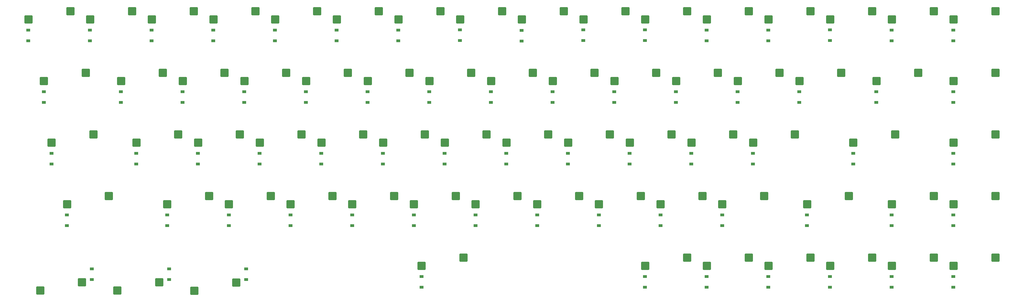
<source format=gbp>
%TF.GenerationSoftware,KiCad,Pcbnew,(6.0.11-0)*%
%TF.CreationDate,2023-07-19T11:20:52+01:00*%
%TF.ProjectId,keybird,6b657962-6972-4642-9e6b-696361645f70,0.3*%
%TF.SameCoordinates,Original*%
%TF.FileFunction,Paste,Bot*%
%TF.FilePolarity,Positive*%
%FSLAX46Y46*%
G04 Gerber Fmt 4.6, Leading zero omitted, Abs format (unit mm)*
G04 Created by KiCad (PCBNEW (6.0.11-0)) date 2023-07-19 11:20:52*
%MOMM*%
%LPD*%
G01*
G04 APERTURE LIST*
G04 Aperture macros list*
%AMRoundRect*
0 Rectangle with rounded corners*
0 $1 Rounding radius*
0 $2 $3 $4 $5 $6 $7 $8 $9 X,Y pos of 4 corners*
0 Add a 4 corners polygon primitive as box body*
4,1,4,$2,$3,$4,$5,$6,$7,$8,$9,$2,$3,0*
0 Add four circle primitives for the rounded corners*
1,1,$1+$1,$2,$3*
1,1,$1+$1,$4,$5*
1,1,$1+$1,$6,$7*
1,1,$1+$1,$8,$9*
0 Add four rect primitives between the rounded corners*
20,1,$1+$1,$2,$3,$4,$5,0*
20,1,$1+$1,$4,$5,$6,$7,0*
20,1,$1+$1,$6,$7,$8,$9,0*
20,1,$1+$1,$8,$9,$2,$3,0*%
G04 Aperture macros list end*
%ADD10RoundRect,0.250000X-1.025000X-1.000000X1.025000X-1.000000X1.025000X1.000000X-1.025000X1.000000X0*%
%ADD11RoundRect,0.250000X1.025000X1.000000X-1.025000X1.000000X-1.025000X-1.000000X1.025000X-1.000000X0*%
%ADD12R,1.200000X0.900000*%
G04 APERTURE END LIST*
D10*
%TO.C,SW67*%
X283427500Y-78422500D03*
X296354500Y-75882500D03*
%TD*%
%TO.C,SW30*%
X45302500Y-40322500D03*
X58229500Y-37782500D03*
%TD*%
%TO.C,SW17*%
X302477500Y-21272500D03*
X315404500Y-18732500D03*
%TD*%
%TO.C,SW53*%
X145315000Y-59372500D03*
X158242000Y-56832500D03*
%TD*%
%TO.C,SW12*%
X111977500Y-21272500D03*
X124904500Y-18732500D03*
%TD*%
%TO.C,SW11*%
X73877500Y-21272500D03*
X86804500Y-18732500D03*
%TD*%
%TO.C,SW25*%
X216752500Y-40322500D03*
X229679500Y-37782500D03*
%TD*%
%TO.C,SW84*%
X207227500Y-97472500D03*
X220154500Y-94932500D03*
%TD*%
%TO.C,SW01*%
X54827500Y-21272500D03*
X67754500Y-18732500D03*
%TD*%
%TO.C,SW07*%
X283427500Y-21272500D03*
X296354500Y-18732500D03*
%TD*%
%TO.C,SW10*%
X35777500Y-21272500D03*
X48704500Y-18732500D03*
%TD*%
%TO.C,SW06*%
X245327500Y-21272500D03*
X258254500Y-18732500D03*
%TD*%
%TO.C,SW20*%
X21490000Y-40322500D03*
X34417000Y-37782500D03*
%TD*%
%TO.C,SW83*%
X138171250Y-97472500D03*
X151098250Y-94932500D03*
%TD*%
%TO.C,SW56*%
X271521250Y-59372500D03*
X284448250Y-56832500D03*
%TD*%
%TO.C,SW31*%
X83402500Y-40322500D03*
X96329500Y-37782500D03*
%TD*%
%TO.C,SW00*%
X16727500Y-21272500D03*
X29654500Y-18732500D03*
%TD*%
%TO.C,SW34*%
X197702500Y-40322500D03*
X210629500Y-37782500D03*
%TD*%
%TO.C,SW05*%
X207227500Y-21272500D03*
X220154500Y-18732500D03*
%TD*%
%TO.C,SW27*%
X302477500Y-40322500D03*
X315404500Y-37782500D03*
%TD*%
%TO.C,SW61*%
X78640000Y-78422500D03*
X91567000Y-75882500D03*
%TD*%
%TO.C,SW76*%
X264377728Y-97472584D03*
X277304728Y-94932584D03*
%TD*%
%TO.C,SW50*%
X23871250Y-59372500D03*
X36798250Y-56832500D03*
%TD*%
%TO.C,SW44*%
X202465000Y-59372500D03*
X215392000Y-56832500D03*
%TD*%
%TO.C,SW86*%
X245327500Y-97472500D03*
X258254500Y-94932500D03*
%TD*%
%TO.C,SW40*%
X50065000Y-59372500D03*
X62992000Y-56832500D03*
%TD*%
%TO.C,SW60*%
X28633750Y-78422500D03*
X41560750Y-75882500D03*
%TD*%
%TO.C,SW03*%
X131027500Y-21272500D03*
X143954500Y-18732500D03*
%TD*%
%TO.C,SW33*%
X159602500Y-40322500D03*
X172529500Y-37782500D03*
%TD*%
%TO.C,SW42*%
X126265000Y-59372500D03*
X139192000Y-56832500D03*
%TD*%
%TO.C,SW21*%
X64352500Y-40322500D03*
X77279500Y-37782500D03*
%TD*%
%TO.C,SW23*%
X140552500Y-40322500D03*
X153479500Y-37782500D03*
%TD*%
%TO.C,SW36*%
X278665000Y-40322500D03*
X291592000Y-37782500D03*
%TD*%
%TO.C,SW43*%
X164365000Y-59372500D03*
X177292000Y-56832500D03*
%TD*%
%TO.C,SW35*%
X235802500Y-40322500D03*
X248729500Y-37782500D03*
%TD*%
%TO.C,SW41*%
X88165000Y-59372500D03*
X101092000Y-56832500D03*
%TD*%
%TO.C,SW63*%
X154840000Y-78422500D03*
X167767000Y-75882500D03*
%TD*%
%TO.C,SW65*%
X231040000Y-78422500D03*
X243967000Y-75882500D03*
%TD*%
%TO.C,SW47*%
X302477500Y-59372500D03*
X315404500Y-56832500D03*
%TD*%
%TO.C,SW54*%
X183415000Y-59372500D03*
X196342000Y-56832500D03*
%TD*%
%TO.C,SW52*%
X107215000Y-59372500D03*
X120142000Y-56832500D03*
%TD*%
%TO.C,SW26*%
X254852500Y-40322500D03*
X267779500Y-37782500D03*
%TD*%
%TO.C,SW22*%
X102452500Y-40322500D03*
X115379500Y-37782500D03*
%TD*%
%TO.C,SW55*%
X221515000Y-59372500D03*
X234442000Y-56832500D03*
%TD*%
D11*
%TO.C,SW81*%
X57091272Y-102552500D03*
X44164272Y-105092500D03*
%TD*%
D10*
%TO.C,SW04*%
X169127500Y-21272500D03*
X182054500Y-18732500D03*
%TD*%
%TO.C,SW14*%
X188177500Y-21272500D03*
X201104500Y-18732500D03*
%TD*%
%TO.C,SW87*%
X283427500Y-97472500D03*
X296354500Y-94932500D03*
%TD*%
%TO.C,SW71*%
X97690088Y-78422568D03*
X110617088Y-75882568D03*
%TD*%
%TO.C,SW51*%
X69115000Y-59372500D03*
X82042000Y-56832500D03*
%TD*%
%TO.C,SW72*%
X135790120Y-78422568D03*
X148717120Y-75882568D03*
%TD*%
%TO.C,SW70*%
X59590056Y-78422568D03*
X72517056Y-75882568D03*
%TD*%
%TO.C,SW74*%
X211990184Y-78422568D03*
X224917184Y-75882568D03*
%TD*%
%TO.C,SW45*%
X240565000Y-59372500D03*
X253492000Y-56832500D03*
%TD*%
%TO.C,SW66*%
X257233750Y-78422500D03*
X270160750Y-75882500D03*
%TD*%
D11*
%TO.C,SW82*%
X80903812Y-102618202D03*
X67976812Y-105158202D03*
%TD*%
D10*
%TO.C,SW57*%
X302477500Y-78422500D03*
X315404500Y-75882500D03*
%TD*%
%TO.C,SW85*%
X226277500Y-97472500D03*
X239204500Y-94932500D03*
%TD*%
%TO.C,SW32*%
X121502500Y-40322500D03*
X134429500Y-37782500D03*
%TD*%
%TO.C,SW15*%
X226277500Y-21272500D03*
X239204500Y-18732500D03*
%TD*%
%TO.C,SW02*%
X92927500Y-21272500D03*
X105854500Y-18732500D03*
%TD*%
%TO.C,SW77*%
X302477500Y-97472500D03*
X315404500Y-94932500D03*
%TD*%
%TO.C,SW13*%
X150077500Y-21272500D03*
X163004500Y-18732500D03*
%TD*%
%TO.C,SW73*%
X173890152Y-78422568D03*
X186817152Y-75882568D03*
%TD*%
%TO.C,SW24*%
X178652500Y-40322500D03*
X191579500Y-37782500D03*
%TD*%
%TO.C,SW62*%
X116740000Y-78422500D03*
X129667000Y-75882500D03*
%TD*%
%TO.C,SW16*%
X264377500Y-21272500D03*
X277304500Y-18732500D03*
%TD*%
%TO.C,SW64*%
X192940000Y-78422500D03*
X205867000Y-75882500D03*
%TD*%
D11*
%TO.C,SW80*%
X33278772Y-102552500D03*
X20351772Y-105092500D03*
%TD*%
D12*
%TO.C,D32*%
X121443788Y-43593788D03*
X121443788Y-46893788D03*
%TD*%
%TO.C,D80*%
X36314135Y-101662584D03*
X36314135Y-98362584D03*
%TD*%
%TO.C,D36*%
X278606288Y-43593788D03*
X278606288Y-46893788D03*
%TD*%
%TO.C,D10*%
X35718780Y-24543772D03*
X35718780Y-27843772D03*
%TD*%
%TO.C,D54*%
X183356404Y-62643804D03*
X183356404Y-65943804D03*
%TD*%
%TO.C,D64*%
X192881412Y-81693820D03*
X192881412Y-84993820D03*
%TD*%
%TO.C,D22*%
X102393788Y-43593788D03*
X102393788Y-46893788D03*
%TD*%
%TO.C,D71*%
X97631332Y-81693820D03*
X97631332Y-84993820D03*
%TD*%
%TO.C,D16*%
X264318972Y-24498459D03*
X264318972Y-27798459D03*
%TD*%
%TO.C,D11*%
X73818796Y-24593772D03*
X73818796Y-27893772D03*
%TD*%
%TO.C,D27*%
X302418788Y-43593788D03*
X302418788Y-46893788D03*
%TD*%
%TO.C,D26*%
X254793788Y-43593788D03*
X254793788Y-46893788D03*
%TD*%
%TO.C,D34*%
X197643788Y-43593788D03*
X197643788Y-46893788D03*
%TD*%
%TO.C,D84*%
X207168924Y-100743836D03*
X207168924Y-104043836D03*
%TD*%
%TO.C,D76*%
X264318972Y-100743836D03*
X264318972Y-104043836D03*
%TD*%
%TO.C,D65*%
X230981444Y-81693820D03*
X230981444Y-84993820D03*
%TD*%
%TO.C,D70*%
X59531300Y-81693820D03*
X59531300Y-84993820D03*
%TD*%
%TO.C,D15*%
X226218796Y-24540598D03*
X226218796Y-27840598D03*
%TD*%
%TO.C,D13*%
X150018876Y-24491452D03*
X150018876Y-27791452D03*
%TD*%
%TO.C,D01*%
X54768796Y-24593772D03*
X54768796Y-27893772D03*
%TD*%
%TO.C,D42*%
X126206356Y-62643804D03*
X126206356Y-65943804D03*
%TD*%
%TO.C,D24*%
X178593788Y-43593788D03*
X178593788Y-46893788D03*
%TD*%
%TO.C,D07*%
X283368796Y-24540598D03*
X283368796Y-27840598D03*
%TD*%
%TO.C,D45*%
X240506452Y-62643804D03*
X240506452Y-65943804D03*
%TD*%
%TO.C,D57*%
X302419004Y-81693820D03*
X302419004Y-84993820D03*
%TD*%
%TO.C,D20*%
X21431268Y-43593788D03*
X21431268Y-46893788D03*
%TD*%
%TO.C,D44*%
X202406420Y-62643804D03*
X202406420Y-65943804D03*
%TD*%
%TO.C,D74*%
X211931428Y-81693820D03*
X211931428Y-84993820D03*
%TD*%
%TO.C,D56*%
X271462728Y-62643804D03*
X271462728Y-65943804D03*
%TD*%
%TO.C,D61*%
X78581316Y-81693820D03*
X78581316Y-84993820D03*
%TD*%
%TO.C,D14*%
X188118796Y-24495309D03*
X188118796Y-27795309D03*
%TD*%
%TO.C,D21*%
X64293788Y-43593788D03*
X64293788Y-46893788D03*
%TD*%
%TO.C,D00*%
X16668764Y-24543772D03*
X16668764Y-27843772D03*
%TD*%
%TO.C,D23*%
X140493788Y-43593788D03*
X140493788Y-46893788D03*
%TD*%
%TO.C,D77*%
X302419004Y-100743836D03*
X302419004Y-104043836D03*
%TD*%
%TO.C,D62*%
X116681348Y-81693820D03*
X116681348Y-84993820D03*
%TD*%
%TO.C,D47*%
X302419004Y-62643804D03*
X302419004Y-65943804D03*
%TD*%
%TO.C,D06*%
X245268956Y-24543772D03*
X245268956Y-27843772D03*
%TD*%
%TO.C,D35*%
X235743788Y-43593788D03*
X235743788Y-46893788D03*
%TD*%
%TO.C,D31*%
X83343788Y-43593788D03*
X83343788Y-46893788D03*
%TD*%
%TO.C,D82*%
X83939133Y-101662584D03*
X83939133Y-98362584D03*
%TD*%
%TO.C,D04*%
X169068892Y-24635228D03*
X169068892Y-27935228D03*
%TD*%
%TO.C,D87*%
X283368988Y-100743836D03*
X283368988Y-104043836D03*
%TD*%
%TO.C,D30*%
X45243788Y-43593788D03*
X45243788Y-46893788D03*
%TD*%
%TO.C,D40*%
X50006292Y-62643804D03*
X50006292Y-65943804D03*
%TD*%
%TO.C,D43*%
X164306388Y-62643804D03*
X164306388Y-65943804D03*
%TD*%
%TO.C,D12*%
X111918796Y-24593772D03*
X111918796Y-27893772D03*
%TD*%
%TO.C,D41*%
X88106324Y-62643804D03*
X88106324Y-65943804D03*
%TD*%
%TO.C,D17*%
X302419056Y-24540598D03*
X302419056Y-27840598D03*
%TD*%
%TO.C,D33*%
X159543788Y-43593788D03*
X159543788Y-46893788D03*
%TD*%
%TO.C,D25*%
X216693788Y-43593788D03*
X216693788Y-46893788D03*
%TD*%
%TO.C,D63*%
X154781380Y-81693820D03*
X154781380Y-84993820D03*
%TD*%
%TO.C,D60*%
X28575024Y-81693820D03*
X28575024Y-84993820D03*
%TD*%
%TO.C,D02*%
X92868796Y-24593772D03*
X92868796Y-27893772D03*
%TD*%
%TO.C,D67*%
X283368988Y-81693820D03*
X283368988Y-84993820D03*
%TD*%
%TO.C,D03*%
X130968912Y-24593772D03*
X130968912Y-27893772D03*
%TD*%
%TO.C,D50*%
X23812520Y-62643804D03*
X23812520Y-65943804D03*
%TD*%
%TO.C,D51*%
X69056308Y-62643804D03*
X69056308Y-65943804D03*
%TD*%
%TO.C,D52*%
X107156340Y-62643804D03*
X107156340Y-65943804D03*
%TD*%
%TO.C,D83*%
X138112616Y-100743836D03*
X138112616Y-104043836D03*
%TD*%
%TO.C,D73*%
X173831396Y-81693820D03*
X173831396Y-84993820D03*
%TD*%
%TO.C,D53*%
X145256372Y-62643804D03*
X145256372Y-65943804D03*
%TD*%
%TO.C,D72*%
X135731364Y-81693820D03*
X135731364Y-84993820D03*
%TD*%
%TO.C,D86*%
X245268956Y-100743836D03*
X245268956Y-104043836D03*
%TD*%
%TO.C,D66*%
X257175216Y-81693820D03*
X257175216Y-84993820D03*
%TD*%
%TO.C,D85*%
X226218940Y-100743836D03*
X226218940Y-104043836D03*
%TD*%
%TO.C,D55*%
X221456436Y-62643804D03*
X221456436Y-65943804D03*
%TD*%
%TO.C,D81*%
X60126655Y-101662584D03*
X60126655Y-98362584D03*
%TD*%
%TO.C,D05*%
X207168796Y-24495309D03*
X207168796Y-27795309D03*
%TD*%
M02*

</source>
